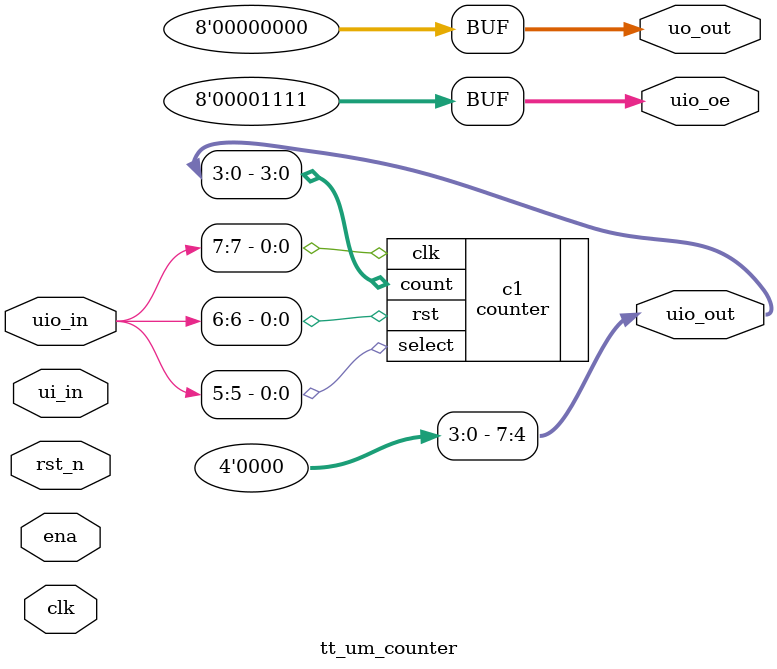
<source format=v>
/*
 * Copyright (c) 2024 Your Name
 * SPDX-License-Identifier: Apache-2.0
 */

`define default_netname none

module tt_um_counter (
    input  wire [7:0] ui_in,    // Dedicated inputs
    output wire [7:0] uo_out,   // Dedicated outputs
    input  wire [7:0] uio_in,   // IOs: Input path
    output wire [7:0] uio_out,  // IOs: Output path
    output wire [7:0] uio_oe,   // IOs: Enable path (active high: 0=input, 1=output)
    input  wire       ena,      // will go high when the design is enabled
    input  wire       clk,      // clock
    input  wire       rst_n     // reset_n - low to reset
);

  // All output pins must be assigned. If not used, assign to 0.
    
    counter #(.bits(4)) c1 (.clk(uio_in[7]), .rst(uio_in[6]), .select(uio_in[5]), .count(uio_out[3:0]));

    assign uio_oe = 8'b00001111;
    assign uio_out[7:4] = 4'b0000;
    assign uo_out[7:0] = 8'b0000000;  

endmodule

</source>
